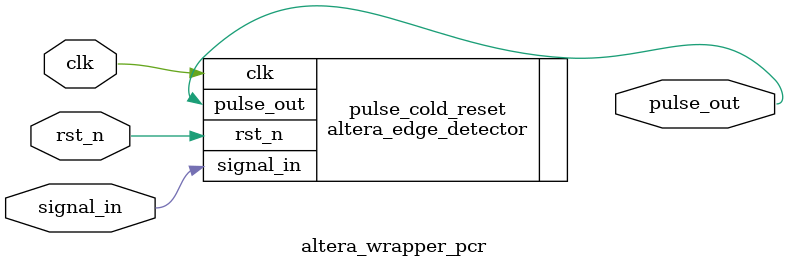
<source format=v>
module altera_wrapper_pcr (
  clk,
  rst_n,
  signal_in,
  pulse_out
);

  input  wire clk;
  input  wire rst_n;
  input  wire signal_in;
  output wire pulse_out;

  parameter PULSE_EXT = 6;
  parameter EDGE_TYPE = 1;
  parameter IGNORE_RST_WHILE_BUSY = 1;

  altera_edge_detector pulse_cold_reset (
    .clk       (clk),
    .rst_n     (rst_n),
    .signal_in (signal_in),
    .pulse_out (pulse_out)
  );

endmodule

</source>
